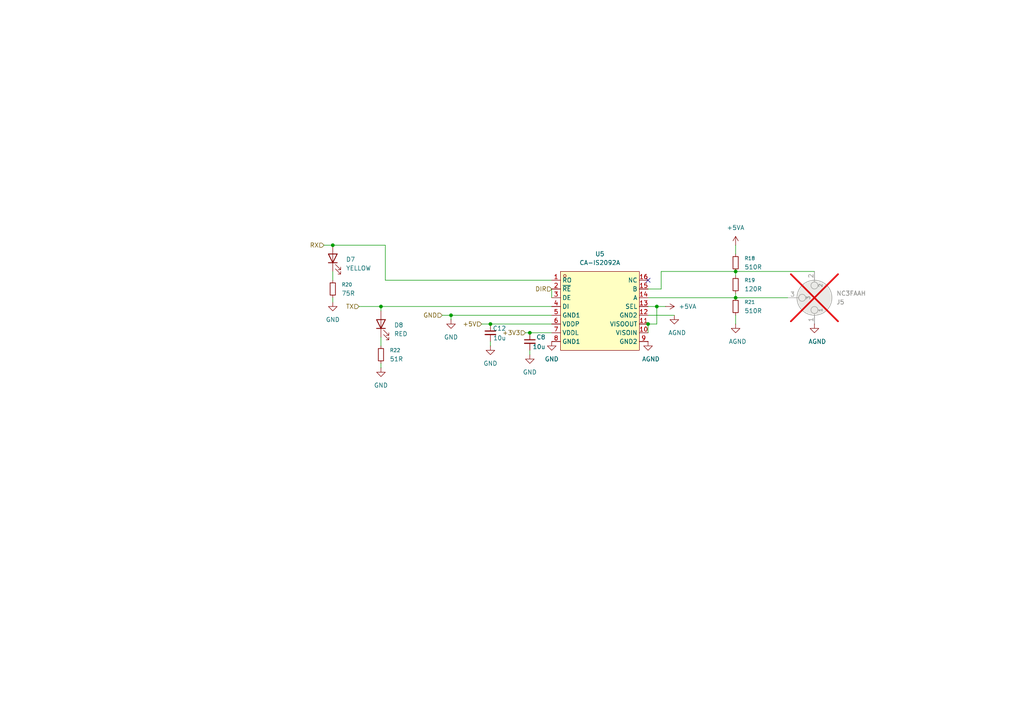
<source format=kicad_sch>
(kicad_sch (version 20250114) (generator "eeschema") (generator_version "9.0")
  (paper "A4")
  (lib_symbols
    (symbol "Connector_Audio:NC3FAAH" (pin_names (hide yes))
      (property "Reference" "J" (at 0 8.89 0))
      (property "Value" "NC3FAAH" (at 0 6.35 0))
      (symbol "NC3FAAH_0_1"
        (polyline (pts (xy -5.08 0) (xy -4.572 0)))
        (circle (center -3.556 0) (radius 1.016))
        (circle (center 0 0) (radius 5.08) (fill (type background)))
        (circle (center 0 -3.556) (radius 1.016))
        (polyline (pts (xy 0 -5.08) (xy 0 -4.572)))
        (circle (center 3.556 0) (radius 1.016))
        (polyline (pts (xy 5.08 0) (xy 4.572 0)))
        (text "1" (at -3.556 1.778 0) (effects (font (size 1.016 1.016) (bold yes))))
        (text "3" (at 0 -1.778 0) (effects (font (size 1.016 1.016) (bold yes))))
        (text "2" (at 3.556 1.778 0) (effects (font (size 1.016 1.016) (bold yes))))
        (pin passive line (at -7.62 0 0) (length 2.54) (name "~") (number "1"))
        (pin passive line (at 0 -7.62 90) (length 2.54) (name "~") (number "3"))
        (pin passive line (at 7.62 0 180) (length 2.54) (name "~") (number "2"))
      )
    )
    (symbol "Device:C_Small" (pin_numbers (hide yes)) (pin_names (offset 0.254) (hide yes))
      (property "Reference" "C" (at 0.254 1.778 0))
      (property "Value" "C_Small" (at 0.254 -2.032 0))
      (symbol "C_Small_0_1"
        (polyline (pts (xy -1.524 0.508) (xy 1.524 0.508)) (stroke (width 0.3048)))
        (polyline (pts (xy -1.524 -0.508) (xy 1.524 -0.508)) (stroke (width 0.3302)))
      )
      (symbol "C_Small_1_1"
        (pin passive line (at 0 2.54 270) (length 2.032) (name "~") (number "1"))
        (pin passive line (at 0 -2.54 90) (length 2.032) (name "~") (number "2"))
      )
    )
    (symbol "Device:LED" (pin_numbers (hide yes)) (pin_names (offset 1.016) (hide yes))
      (property "Reference" "D" (at 0 2.54 0))
      (property "Value" "LED" (at 0 -2.54 0))
      (symbol "LED_0_1"
        (polyline (pts (xy -3.048 -0.762) (xy -4.572 -2.286) (xy -3.81 -2.286) (xy -4.572 -2.286) (xy -4.572 -1.524)))
        (polyline (pts (xy -1.778 -0.762) (xy -3.302 -2.286) (xy -2.54 -2.286) (xy -3.302 -2.286) (xy -3.302 -1.524)))
        (polyline (pts (xy -1.27 0) (xy 1.27 0)))
        (polyline (pts (xy -1.27 -1.27) (xy -1.27 1.27)) (stroke (width 0.254)))
        (polyline (pts (xy 1.27 -1.27) (xy 1.27 1.27) (xy -1.27 0) (xy 1.27 -1.27)) (stroke (width 0.254)))
      )
      (symbol "LED_1_1"
        (pin passive line (at -3.81 0 0) (length 2.54) (name "K") (number "1"))
        (pin passive line (at 3.81 0 180) (length 2.54) (name "A") (number "2"))
      )
    )
    (symbol "Device:R_Small" (pin_numbers (hide yes)) (pin_names (offset 0.254) (hide yes))
      (property "Reference" "R" (at 0 0 90))
      (property "Value" "R_Small" (at 1.778 0 90))
      (symbol "R_Small_0_1"
        (rectangle (start -0.762 1.778) (end 0.762 -1.778) (stroke (width 0.2032)))
      )
      (symbol "R_Small_1_1"
        (pin passive line (at 0 2.54 270) (length 0.762) (name "~") (number "1"))
        (pin passive line (at 0 -2.54 90) (length 0.762) (name "~") (number "2"))
      )
    )
    (symbol "IS2092A:CA-IS2092A"
      (property "Reference" "U" (at 0 13.97 0))
      (property "Value" "CA-IS2092A" (at 0 -13.97 0))
      (symbol "CA-IS2092A_0_1"
        (rectangle (start -11.43 11.43) (end 11.43 -11.43) (fill (type background)))
        (circle (center -10.16 10.16) (radius 0.38))
        (pin unspecified line (at -13.97 8.89 0) (length 2.54) (name "RO") (number "1"))
        (pin unspecified line (at -13.97 6.35 0) (length 2.54) (name "~{RE}") (number "2"))
        (pin unspecified line (at -13.97 3.81 0) (length 2.54) (name "DE") (number "3"))
        (pin unspecified line (at -13.97 1.27 0) (length 2.54) (name "DI") (number "4"))
        (pin unspecified line (at -13.97 -1.27 0) (length 2.54) (name "GND1") (number "5"))
        (pin unspecified line (at -13.97 -3.81 0) (length 2.54) (name "VDDP") (number "6"))
        (pin unspecified line (at -13.97 -6.35 0) (length 2.54) (name "VDDL") (number "7"))
        (pin unspecified line (at -13.97 -8.89 0) (length 2.54) (name "GND1") (number "8"))
        (pin unspecified line (at 13.97 8.89 180) (length 2.54) (name "NC") (number "16"))
        (pin unspecified line (at 13.97 6.35 180) (length 2.54) (name "B") (number "15"))
        (pin unspecified line (at 13.97 3.81 180) (length 2.54) (name "A") (number "14"))
        (pin unspecified line (at 13.97 1.27 180) (length 2.54) (name "SEL") (number "13"))
        (pin unspecified line (at 13.97 -1.27 180) (length 2.54) (name "GND2") (number "12"))
        (pin unspecified line (at 13.97 -3.81 180) (length 2.54) (name "VISOOUT") (number "11"))
        (pin unspecified line (at 13.97 -6.35 180) (length 2.54) (name "VISOIN") (number "10"))
        (pin unspecified line (at 13.97 -8.89 180) (length 2.54) (name "GND2") (number "9"))
      )
    )
    (symbol "power:+5VA" (power) (pin_numbers (hide yes)) (pin_names (offset 0) (hide yes))
      (property "Value" "+5VA" (at 0 3.556 0))
      (symbol "+5VA_0_1"
        (polyline (pts (xy -0.762 1.27) (xy 0 2.54)))
        (polyline (pts (xy 0 2.54) (xy 0.762 1.27)))
        (polyline (pts (xy 0 0) (xy 0 2.54)))
      )
      (symbol "+5VA_1_1"
        (pin power_in line (at 0 0 90) (length 0) (name "~") (number "1"))
      )
    )
    (symbol "power:GND" (power) (pin_numbers (hide yes)) (pin_names (offset 0) (hide yes))
      (property "Value" "GND" (at 0 -3.81 0))
      (symbol "GND_0_1"
        (polyline (pts (xy 0 0) (xy 0 -1.27) (xy 1.27 -1.27) (xy 0 -2.54) (xy -1.27 -1.27) (xy 0 -1.27)))
      )
      (symbol "GND_1_1"
        (pin power_in line (at 0 0 270) (length 0) (name "~") (number "1"))
      )
    )
  )
  (junction (at 130.81 91.44))
  (junction (at 187.96 93.98))
  (junction (at 190.5 88.9))
  (junction (at 213.36 86.36))
  (junction (at 153.67 96.52))
  (junction (at 142.24 93.98))
  (junction (at 213.36 78.74))
  (junction (at 110.49 88.9))
  (junction (at 96.52 71.12))
  (no_connect (at 187.96 81.28))
  (wire (pts (xy 213.36 78.74) (xy 213.36 80.01)))
  (wire (pts (xy 213.36 85.09) (xy 213.36 86.36)))
  (wire (pts (xy 128.27 91.44) (xy 130.81 91.44)))
  (wire (pts (xy 130.81 91.44) (xy 160.02 91.44)))
  (wire (pts (xy 187.96 88.9) (xy 190.5 88.9)))
  (wire (pts (xy 110.49 105.41) (xy 110.49 106.68)))
  (wire (pts (xy 153.67 96.52) (xy 160.02 96.52)))
  (wire (pts (xy 96.52 78.74) (xy 96.52 81.28)))
  (wire (pts (xy 213.36 71.12) (xy 213.36 73.66)))
  (wire (pts (xy 104.14 88.9) (xy 110.49 88.9)))
  (wire (pts (xy 187.96 86.36) (xy 213.36 86.36)))
  (wire (pts (xy 191.77 78.74) (xy 191.77 83.82)))
  (wire (pts (xy 187.96 91.44) (xy 195.58 91.44)))
  (wire (pts (xy 213.36 86.36) (xy 228.6 86.36)))
  (wire (pts (xy 142.24 99.06) (xy 142.24 100.33)))
  (wire (pts (xy 96.52 71.12) (xy 111.76 71.12)))
  (wire (pts (xy 160.02 83.82) (xy 160.02 86.36)))
  (wire (pts (xy 142.24 93.98) (xy 160.02 93.98)))
  (wire (pts (xy 152.4 96.52) (xy 153.67 96.52)))
  (wire (pts (xy 111.76 71.12) (xy 111.76 81.28)))
  (wire (pts (xy 110.49 97.79) (xy 110.49 100.33)))
  (wire (pts (xy 187.96 93.98) (xy 190.5 93.98)))
  (wire (pts (xy 111.76 81.28) (xy 160.02 81.28)))
  (wire (pts (xy 190.5 88.9) (xy 193.04 88.9)))
  (wire (pts (xy 190.5 88.9) (xy 190.5 93.98)))
  (wire (pts (xy 153.67 101.6) (xy 153.67 102.87)))
  (wire (pts (xy 213.36 78.74) (xy 236.22 78.74)))
  (wire (pts (xy 130.81 92.71) (xy 130.81 91.44)))
  (wire (pts (xy 187.96 93.98) (xy 187.96 96.52)))
  (wire (pts (xy 139.7 93.98) (xy 142.24 93.98)))
  (wire (pts (xy 110.49 90.17) (xy 110.49 88.9)))
  (wire (pts (xy 187.96 83.82) (xy 191.77 83.82)))
  (wire (pts (xy 93.98 71.12) (xy 96.52 71.12)))
  (wire (pts (xy 96.52 86.36) (xy 96.52 87.63)))
  (wire (pts (xy 110.49 88.9) (xy 160.02 88.9)))
  (wire (pts (xy 213.36 91.44) (xy 213.36 93.98)))
  (wire (pts (xy 191.77 78.74) (xy 213.36 78.74)))
  (hierarchical_label "+3V3" (shape input) (at 152.4 96.52 180))
  (hierarchical_label "TX" (shape input) (at 104.14 88.9 180))
  (hierarchical_label "+5V" (shape input) (at 139.7 93.98 180))
  (hierarchical_label "RX" (shape input) (at 93.98 71.12 180))
  (hierarchical_label "GND" (shape input) (at 128.27 91.44 180))
  (hierarchical_label "DIR" (shape input) (at 160.02 83.82 180))
  (symbol (lib_id "power:GND") (at 96.52 87.63 0) (unit 1)
    (property "Reference" "#PWR021" (effects (hide yes)))
    (property "Value" "GND" (at 96.52 92.71 0))
    (property "Description" "Power symbol creates a global label with name \"GND\" , ground" (effects (hide yes)))
    (instances (project "wiznet-pico-node" (path "" (reference "#PWR051") (unit 1)) (path "" (reference "#PWR021") (unit 1)) (path "" (reference "#PWR041") (unit 1)) (path "" (reference "#PWR031") (unit 1))))
  )
  (symbol (lib_id "power:+5VA") (at 193.04 88.9 270) (unit 1)
    (property "Reference" "#PWR022" (effects (hide yes)))
    (property "Value" "+5VA" (at 196.85 88.8999 90) (effects (justify left)))
    (property "Description" "Power symbol creates a global label with name \"+5VA\"" (effects (hide yes)))
    (instances (project "" (path "" (reference "#PWR052") (unit 1)) (path "" (reference "#PWR022") (unit 1)) (path "" (reference "#PWR042") (unit 1)) (path "" (reference "#PWR032") (unit 1))))
  )
  (symbol (lib_id "power:GND") (at 130.81 92.71 0) (unit 1)
    (property "Reference" "#PWR024" (effects (hide yes)))
    (property "Value" "GND" (at 130.81 97.79 0))
    (property "Description" "Power symbol creates a global label with name \"GND\" , ground" (effects (hide yes)))
    (instances (project "wiznet-pico-node" (path "" (reference "#PWR054") (unit 1)) (path "" (reference "#PWR024") (unit 1)) (path "" (reference "#PWR044") (unit 1)) (path "" (reference "#PWR034") (unit 1))))
  )
  (symbol (lib_id "power:GND") (at 160.02 99.06 0) (unit 1)
    (property "Reference" "#PWR027" (effects (hide yes)))
    (property "Value" "GND" (at 160.02 104.14 0))
    (property "Description" "Power symbol creates a global label with name \"GND\" , ground" (effects (hide yes)))
    (instances (project "wiznet-pico-node" (path "" (reference "#PWR057") (unit 1)) (path "" (reference "#PWR027") (unit 1)) (path "" (reference "#PWR047") (unit 1)) (path "" (reference "#PWR037") (unit 1))))
  )
  (symbol (lib_id "Connector_Audio:NC3FAAH") (at 236.22 86.36 270) (mirror x) (unit 1) (dnp yes)
    (property "Reference" "J2" (at 242.57 87.6301 90) (effects (justify left)))
    (property "Value" "NC3FAAH" (at 242.57 85.0901 90) (effects (justify left)))
    (property "Footprint" "Connector_Audio:Jack_XLR_Neutrik_NC3FAAH_Horizontal" (effects (hide yes)))
    (property "Datasheet" "https://www.neutrik.com/en/product/nc3faah" (effects (hide yes)))
    (property "Description" "AA Series, 3 pole female XLR receptacle, grounding: without ground/shell contact, horizontal PCB mount" (effects (hide yes)))
    (instances (project "wiznet-pico-node" (path "" (reference "J5") (unit 1)) (path "" (reference "J2") (unit 1)) (path "" (reference "J4") (unit 1)) (path "" (reference "J3") (unit 1))))
  )
  (symbol (lib_id "power:GND") (at 110.49 106.68 0) (unit 1)
    (property "Reference" "#PWR029" (effects (hide yes)))
    (property "Value" "GND" (at 110.49 111.76 0))
    (property "Description" "Power symbol creates a global label with name \"GND\" , ground" (effects (hide yes)))
    (instances (project "wiznet-pico-node" (path "" (reference "#PWR059") (unit 1)) (path "" (reference "#PWR029") (unit 1)) (path "" (reference "#PWR049") (unit 1)) (path "" (reference "#PWR039") (unit 1))))
  )
  (symbol (lib_id "Device:R_Small") (at 213.36 76.2 180) (unit 1)
    (property "Reference" "R3" (at 215.9 74.9299 0) (effects (font (size 1.016 1.016)) (justify right)))
    (property "Value" "510R" (at 215.9 77.4699 0) (effects (justify right)))
    (property "Footprint" "Resistor_SMD:R_0603_1608Metric" (effects (hide yes)))
    (property "Description" "Resistor, small symbol" (effects (hide yes)))
    (instances (project "wiznet-pico-node" (path "" (reference "R18") (unit 1)) (path "" (reference "R3") (unit 1)) (path "" (reference "R13") (unit 1)) (path "" (reference "R8") (unit 1))))
  )
  (symbol (lib_id "Device:R_Small") (at 110.49 102.87 180) (unit 1)
    (property "Reference" "R7" (at 113.03 101.5999 0) (effects (font (size 1.016 1.016)) (justify right)))
    (property "Value" "51R" (at 113.03 104.1399 0) (effects (justify right)))
    (property "Footprint" "Resistor_SMD:R_0603_1608Metric" (effects (hide yes)))
    (property "Description" "Resistor, small symbol" (effects (hide yes)))
    (instances (project "wiznet-pico-node" (path "" (reference "R22") (unit 1)) (path "" (reference "R7") (unit 1)) (path "" (reference "R17") (unit 1)) (path "" (reference "R12") (unit 1))))
  )
  (symbol (lib_id "Device:R_Small") (at 96.52 83.82 180) (unit 1)
    (property "Reference" "R5" (at 99.06 82.5499 0) (effects (font (size 1.016 1.016)) (justify right)))
    (property "Value" "75R" (at 99.06 85.0899 0) (effects (justify right)))
    (property "Footprint" "Resistor_SMD:R_0603_1608Metric" (effects (hide yes)))
    (property "Description" "Resistor, small symbol" (effects (hide yes)))
    (instances (project "wiznet-pico-node" (path "" (reference "R20") (unit 1)) (path "" (reference "R5") (unit 1)) (path "" (reference "R15") (unit 1)) (path "" (reference "R10") (unit 1))))
  )
  (symbol (lib_id "power:GND") (at 236.22 93.98 0) (unit 1)
    (property "Reference" "#PWR026" (effects (hide yes)))
    (property "Value" "AGND" (at 234.442 99.06 0) (effects (justify left)))
    (property "Description" "Power symbol creates a global label with name \"GND\" , ground" (effects (hide yes)))
    (instances (project "wiznet-pico-node" (path "" (reference "#PWR056") (unit 1)) (path "" (reference "#PWR026") (unit 1)) (path "" (reference "#PWR046") (unit 1)) (path "" (reference "#PWR036") (unit 1))))
  )
  (symbol (lib_id "power:GND") (at 187.96 99.06 0) (unit 1)
    (property "Reference" "#PWR028" (effects (hide yes)))
    (property "Value" "AGND" (at 186.182 104.14 0) (effects (justify left)))
    (property "Description" "Power symbol creates a global label with name \"GND\" , ground" (effects (hide yes)))
    (instances (project "wiznet-pico-node" (path "" (reference "#PWR058") (unit 1)) (path "" (reference "#PWR028") (unit 1)) (path "" (reference "#PWR048") (unit 1)) (path "" (reference "#PWR038") (unit 1))))
  )
  (symbol (lib_id "power:GND") (at 153.67 102.87 0) (unit 1)
    (property "Reference" "#PWR062" (effects (hide yes)))
    (property "Value" "GND" (at 153.67 107.95 0))
    (property "Description" "Power symbol creates a global label with name \"GND\" , ground" (effects (hide yes)))
    (instances (project "wiznet-pico-node" (path "" (reference "#PWR065") (unit 1)) (path "" (reference "#PWR062") (unit 1)) (path "" (reference "#PWR064") (unit 1)) (path "" (reference "#PWR063") (unit 1))))
  )
  (symbol (lib_id "power:GND") (at 213.36 93.98 0) (unit 1)
    (property "Reference" "#PWR025" (effects (hide yes)))
    (property "Value" "AGND" (at 211.328 99.06 0) (effects (justify left)))
    (property "Description" "Power symbol creates a global label with name \"GND\" , ground" (effects (hide yes)))
    (instances (project "wiznet-pico-node" (path "" (reference "#PWR055") (unit 1)) (path "" (reference "#PWR025") (unit 1)) (path "" (reference "#PWR045") (unit 1)) (path "" (reference "#PWR035") (unit 1))))
  )
  (symbol (lib_id "Device:C_Small") (at 153.67 99.06 0) (mirror y) (unit 1)
    (property "Reference" "C5" (at 158.242 97.79 0) (effects (justify left)))
    (property "Value" "10u" (at 158.242 100.584 0) (effects (justify left)))
    (property "Footprint" "Capacitor_SMD:C_0603_1608Metric" (effects (hide yes)))
    (property "Description" "Unpolarized capacitor, small symbol" (effects (hide yes)))
    (property "LCSC Part" "C96446" (effects (hide yes)))
    (instances (project "wiznet-pico-node" (path "" (reference "C8") (unit 1)) (path "" (reference "C5") (unit 1)) (path "" (reference "C7") (unit 1)) (path "" (reference "C6") (unit 1))))
  )
  (symbol (lib_id "Device:R_Small") (at 213.36 82.55 180) (unit 1)
    (property "Reference" "R4" (at 215.9 81.2799 0) (effects (font (size 1.016 1.016)) (justify right)))
    (property "Value" "120R" (at 215.9 83.8199 0) (effects (justify right)))
    (property "Footprint" "Resistor_SMD:R_0603_1608Metric" (effects (hide yes)))
    (property "Description" "Resistor, small symbol" (effects (hide yes)))
    (instances (project "wiznet-pico-node" (path "" (reference "R19") (unit 1)) (path "" (reference "R4") (unit 1)) (path "" (reference "R14") (unit 1)) (path "" (reference "R9") (unit 1))))
  )
  (symbol (lib_id "IS2092A:CA-IS2092A") (at 173.99 90.17 0) (unit 1)
    (property "Reference" "U2" (at 173.99 73.66 0))
    (property "Value" "CA-IS2092A" (at 173.99 76.2 0))
    (property "Footprint" "EasyEDA:LGA-16_L5.2-W4.7-P0.65-TL_CA-IS2062A-FRANK2" (effects (hide yes)))
    (property "LCSC Part" "C18185406" (effects (hide yes)))
    (instances (project "wiznet-pico-node" (path "" (reference "U5") (unit 1)) (path "" (reference "U2") (unit 1)) (path "" (reference "U4") (unit 1)) (path "" (reference "U3") (unit 1))))
  )
  (symbol (lib_id "Device:C_Small") (at 142.24 96.52 0) (mirror y) (unit 1)
    (property "Reference" "C9" (at 146.812 95.25 0) (effects (justify left)))
    (property "Value" "10u" (at 146.812 98.044 0) (effects (justify left)))
    (property "Footprint" "Capacitor_SMD:C_0603_1608Metric" (effects (hide yes)))
    (property "Description" "Unpolarized capacitor, small symbol" (effects (hide yes)))
    (property "LCSC Part" "C96446" (effects (hide yes)))
    (instances (project "wiznet-pico-node" (path "" (reference "C12") (unit 1)) (path "" (reference "C9") (unit 1)) (path "" (reference "C11") (unit 1)) (path "" (reference "C10") (unit 1))))
  )
  (symbol (lib_id "Device:LED") (at 96.52 74.93 90) (unit 1)
    (property "Reference" "D1" (at 100.33 75.2474 90) (effects (justify right)))
    (property "Value" "YELLOW" (at 100.33 77.7874 90) (effects (justify right)))
    (property "Footprint" "LED_SMD:LED_0805_2012Metric" (effects (hide yes)))
    (property "Description" "Light emitting diode" (effects (hide yes)))
    (property "Sim.Pins" "1=K 2=A" (effects (hide yes)))
    (property "LCSC Part" "C2296" (effects (hide yes)))
    (instances (project "wiznet-pico-node" (path "" (reference "D7") (unit 1)) (path "" (reference "D1") (unit 1)) (path "" (reference "D5") (unit 1)) (path "" (reference "D3") (unit 1))))
  )
  (symbol (lib_id "power:+5VA") (at 213.36 71.12 0) (unit 1)
    (property "Reference" "#PWR020" (effects (hide yes)))
    (property "Value" "+5VA" (at 213.36 66.04 0))
    (property "Description" "Power symbol creates a global label with name \"+5VA\"" (effects (hide yes)))
    (instances (project "wiznet-pico-node" (path "" (reference "#PWR050") (unit 1)) (path "" (reference "#PWR020") (unit 1)) (path "" (reference "#PWR040") (unit 1)) (path "" (reference "#PWR030") (unit 1))))
  )
  (symbol (lib_id "Device:LED") (at 110.49 93.98 90) (unit 1)
    (property "Reference" "D2" (at 114.3 94.2974 90) (effects (justify right)))
    (property "Value" "RED" (at 114.3 96.8374 90) (effects (justify right)))
    (property "Footprint" "LED_SMD:LED_0805_2012Metric" (effects (hide yes)))
    (property "Description" "Light emitting diode" (effects (hide yes)))
    (property "Sim.Pins" "1=K 2=A" (effects (hide yes)))
    (property "LCSC Part" "C84256" (effects (hide yes)))
    (instances (project "" (path "" (reference "D8") (unit 1)) (path "" (reference "D2") (unit 1)) (path "" (reference "D6") (unit 1)) (path "" (reference "D4") (unit 1))))
  )
  (symbol (lib_id "power:GND") (at 142.24 100.33 0) (unit 1)
    (property "Reference" "#PWR066" (effects (hide yes)))
    (property "Value" "GND" (at 142.24 105.41 0))
    (property "Description" "Power symbol creates a global label with name \"GND\" , ground" (effects (hide yes)))
    (instances (project "wiznet-pico-node" (path "" (reference "#PWR069") (unit 1)) (path "" (reference "#PWR066") (unit 1)) (path "" (reference "#PWR068") (unit 1)) (path "" (reference "#PWR067") (unit 1))))
  )
  (symbol (lib_id "power:GND") (at 195.58 91.44 0) (unit 1)
    (property "Reference" "#PWR023" (effects (hide yes)))
    (property "Value" "AGND" (at 193.802 96.52 0) (effects (justify left)))
    (property "Description" "Power symbol creates a global label with name \"GND\" , ground" (effects (hide yes)))
    (instances (project "wiznet-pico-node" (path "" (reference "#PWR053") (unit 1)) (path "" (reference "#PWR023") (unit 1)) (path "" (reference "#PWR043") (unit 1)) (path "" (reference "#PWR033") (unit 1))))
  )
  (symbol (lib_id "Device:R_Small") (at 213.36 88.9 180) (unit 1)
    (property "Reference" "R6" (at 215.9 87.6299 0) (effects (font (size 1.016 1.016)) (justify right)))
    (property "Value" "510R" (at 215.9 90.1699 0) (effects (justify right)))
    (property "Footprint" "Resistor_SMD:R_0603_1608Metric" (effects (hide yes)))
    (property "Description" "Resistor, small symbol" (effects (hide yes)))
    (instances (project "wiznet-pico-node" (path "" (reference "R21") (unit 1)) (path "" (reference "R6") (unit 1)) (path "" (reference "R16") (unit 1)) (path "" (reference "R11") (unit 1))))
  )
)
</source>
